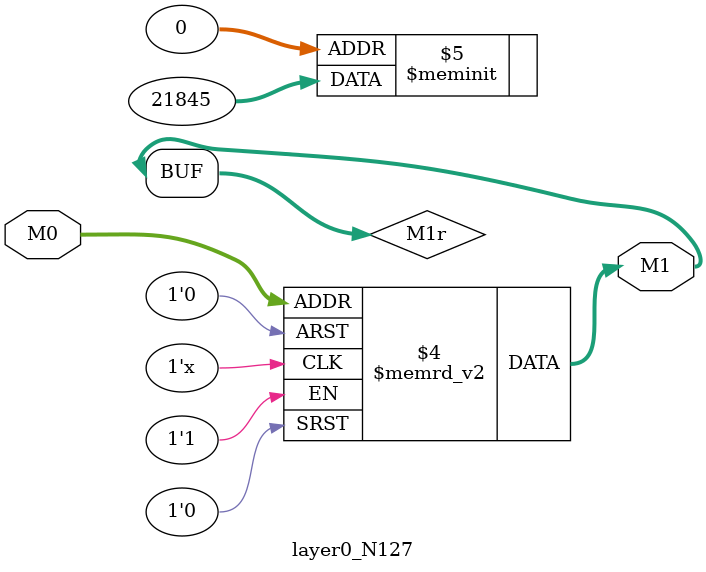
<source format=v>
module layer0_N127 ( input [3:0] M0, output [1:0] M1 );

	(*rom_style = "distributed" *) reg [1:0] M1r;
	assign M1 = M1r;
	always @ (M0) begin
		case (M0)
			4'b0000: M1r = 2'b01;
			4'b1000: M1r = 2'b00;
			4'b0100: M1r = 2'b01;
			4'b1100: M1r = 2'b00;
			4'b0010: M1r = 2'b01;
			4'b1010: M1r = 2'b00;
			4'b0110: M1r = 2'b01;
			4'b1110: M1r = 2'b00;
			4'b0001: M1r = 2'b01;
			4'b1001: M1r = 2'b00;
			4'b0101: M1r = 2'b01;
			4'b1101: M1r = 2'b00;
			4'b0011: M1r = 2'b01;
			4'b1011: M1r = 2'b00;
			4'b0111: M1r = 2'b01;
			4'b1111: M1r = 2'b00;

		endcase
	end
endmodule

</source>
